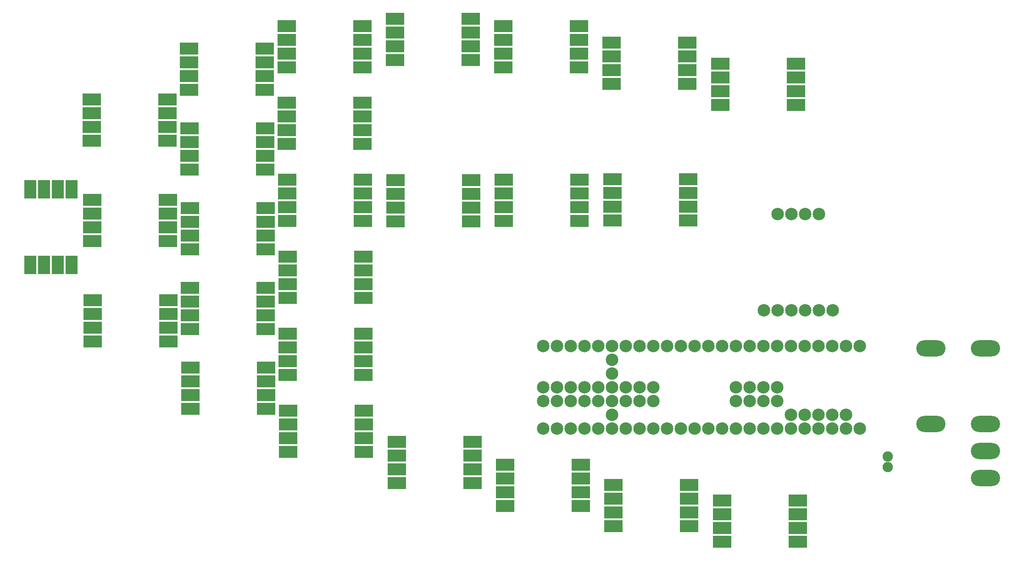
<source format=gbr>
G04 #@! TF.FileFunction,Soldermask,Top*
%FSLAX46Y46*%
G04 Gerber Fmt 4.6, Leading zero omitted, Abs format (unit mm)*
G04 Created by KiCad (PCBNEW 4.0.7-e2-6376~58~ubuntu16.04.1) date Mon Jul  1 13:34:01 2019*
%MOMM*%
%LPD*%
G01*
G04 APERTURE LIST*
%ADD10C,0.100000*%
%ADD11C,2.305000*%
%ADD12C,1.900000*%
%ADD13O,5.400000X3.000000*%
%ADD14R,3.448000X2.178000*%
%ADD15R,2.178000X3.448000*%
G04 APERTURE END LIST*
D10*
D11*
X183150000Y-97030000D03*
X185690000Y-97030000D03*
X188230000Y-97030000D03*
X190770000Y-97030000D03*
X193310000Y-97030000D03*
X195850000Y-97030000D03*
X193310000Y-79250000D03*
X190770000Y-79250000D03*
X188230000Y-79250000D03*
X185690000Y-79250000D03*
D12*
X206000000Y-124000000D03*
X206000000Y-126000000D03*
D11*
X200810000Y-103630000D03*
X198270000Y-103630000D03*
X195730000Y-103630000D03*
X193190000Y-103630000D03*
X190650000Y-103630000D03*
X188110000Y-103630000D03*
X185570000Y-103630000D03*
X183030000Y-103630000D03*
X180490000Y-103630000D03*
X177950000Y-103630000D03*
X175410000Y-103630000D03*
X172870000Y-103630000D03*
X170330000Y-103630000D03*
X167790000Y-103630000D03*
X165250000Y-103630000D03*
X162710000Y-103630000D03*
X160170000Y-103630000D03*
X157630000Y-103630000D03*
X155090000Y-103630000D03*
X152550000Y-103630000D03*
X150010000Y-103630000D03*
X147470000Y-103630000D03*
X144930000Y-103630000D03*
X142390000Y-103630000D03*
X142390000Y-118870000D03*
X144930000Y-118870000D03*
X147470000Y-118870000D03*
X150010000Y-118870000D03*
X152550000Y-118870000D03*
X155090000Y-118870000D03*
X157630000Y-118870000D03*
X160170000Y-118870000D03*
X162710000Y-118870000D03*
X165250000Y-118870000D03*
X167790000Y-118870000D03*
X170330000Y-118870000D03*
X172870000Y-118870000D03*
X175410000Y-118870000D03*
X177950000Y-118870000D03*
X180490000Y-118870000D03*
X183030000Y-118870000D03*
X185570000Y-118870000D03*
X188110000Y-118870000D03*
X190650000Y-118870000D03*
X193190000Y-118870000D03*
X195730000Y-118870000D03*
X198270000Y-118870000D03*
X200810000Y-118870000D03*
X198270000Y-116330000D03*
X195730000Y-116330000D03*
X193190000Y-116330000D03*
X190650000Y-116330000D03*
X188110000Y-116330000D03*
X155090000Y-106170000D03*
X155090000Y-108710000D03*
X155090000Y-111250000D03*
X155090000Y-113790000D03*
X155090000Y-116330000D03*
X185570000Y-113790000D03*
X185570000Y-111250000D03*
X183030000Y-113790000D03*
X183030000Y-111250000D03*
X180490000Y-113790000D03*
X180490000Y-111250000D03*
X177950000Y-113790000D03*
X177950000Y-111250000D03*
X157630000Y-113790000D03*
X157630000Y-111250000D03*
X160170000Y-113790000D03*
X160170000Y-111250000D03*
X162710000Y-113790000D03*
X162710000Y-111250000D03*
X152550000Y-111250000D03*
X152550000Y-113790000D03*
X150010000Y-111250000D03*
X150010000Y-113790000D03*
X147470000Y-111250000D03*
X147470000Y-113790000D03*
X144930000Y-111250000D03*
X144930000Y-113790000D03*
X142390000Y-111250000D03*
X142390000Y-113790000D03*
D13*
X214000000Y-104000000D03*
X214000000Y-118000000D03*
X224000000Y-104000000D03*
X224000000Y-118000000D03*
X224000000Y-128000000D03*
X224000000Y-123000000D03*
D14*
X189389000Y-139761000D03*
X189389000Y-137221000D03*
X189389000Y-134681000D03*
X189389000Y-132141000D03*
X175419000Y-132141000D03*
X175419000Y-134681000D03*
X175419000Y-137221000D03*
X175419000Y-139761000D03*
X175080000Y-51450600D03*
X175080000Y-53990600D03*
X175080000Y-56530600D03*
X175080000Y-59070600D03*
X189050000Y-59070600D03*
X189050000Y-56530600D03*
X189050000Y-53990600D03*
X189050000Y-51450600D03*
X169377000Y-136855000D03*
X169377000Y-134315000D03*
X169377000Y-131775000D03*
X169377000Y-129235000D03*
X155407000Y-129235000D03*
X155407000Y-131775000D03*
X155407000Y-134315000D03*
X155407000Y-136855000D03*
X155169000Y-72776400D03*
X155169000Y-75316400D03*
X155169000Y-77856400D03*
X155169000Y-80396400D03*
X169139000Y-80396400D03*
X169139000Y-77856400D03*
X169139000Y-75316400D03*
X169139000Y-72776400D03*
X155063000Y-47544000D03*
X155063000Y-50084000D03*
X155063000Y-52624000D03*
X155063000Y-55164000D03*
X169033000Y-55164000D03*
X169033000Y-52624000D03*
X169033000Y-50084000D03*
X169033000Y-47544000D03*
X149361000Y-133135000D03*
X149361000Y-130595000D03*
X149361000Y-128055000D03*
X149361000Y-125515000D03*
X135391000Y-125515000D03*
X135391000Y-128055000D03*
X135391000Y-130595000D03*
X135391000Y-133135000D03*
X135170000Y-72860600D03*
X135170000Y-75400600D03*
X135170000Y-77940600D03*
X135170000Y-80480600D03*
X149140000Y-80480600D03*
X149140000Y-77940600D03*
X149140000Y-75400600D03*
X149140000Y-72860600D03*
X135050000Y-44489600D03*
X135050000Y-47029600D03*
X135050000Y-49569600D03*
X135050000Y-52109600D03*
X149020000Y-52109600D03*
X149020000Y-49569600D03*
X149020000Y-47029600D03*
X149020000Y-44489600D03*
X129343000Y-128956000D03*
X129343000Y-126416000D03*
X129343000Y-123876000D03*
X129343000Y-121336000D03*
X115373000Y-121336000D03*
X115373000Y-123876000D03*
X115373000Y-126416000D03*
X115373000Y-128956000D03*
X115170000Y-72944700D03*
X115170000Y-75484700D03*
X115170000Y-78024700D03*
X115170000Y-80564700D03*
X129140000Y-80564700D03*
X129140000Y-78024700D03*
X129140000Y-75484700D03*
X129140000Y-72944700D03*
X115045000Y-43189500D03*
X115045000Y-45729500D03*
X115045000Y-48269500D03*
X115045000Y-50809500D03*
X129015000Y-50809500D03*
X129015000Y-48269500D03*
X129015000Y-45729500D03*
X129015000Y-43189500D03*
X109319000Y-123161000D03*
X109319000Y-120621000D03*
X109319000Y-118081000D03*
X109319000Y-115541000D03*
X95349000Y-115541000D03*
X95349000Y-118081000D03*
X95349000Y-120621000D03*
X95349000Y-123161000D03*
X95289000Y-101329000D03*
X95289000Y-103869000D03*
X95289000Y-106409000D03*
X95289000Y-108949000D03*
X109259000Y-108949000D03*
X109259000Y-106409000D03*
X109259000Y-103869000D03*
X109259000Y-101329000D03*
X95229000Y-87117000D03*
X95229000Y-89657000D03*
X95229000Y-92197000D03*
X95229000Y-94737000D03*
X109199000Y-94737000D03*
X109199000Y-92197000D03*
X109199000Y-89657000D03*
X109199000Y-87117000D03*
X95169000Y-72905900D03*
X95169000Y-75445900D03*
X95169000Y-77985900D03*
X95169000Y-80525900D03*
X109139000Y-80525900D03*
X109139000Y-77985900D03*
X109139000Y-75445900D03*
X109139000Y-72905900D03*
X95110000Y-58694000D03*
X95110000Y-61234000D03*
X95110000Y-63774000D03*
X95110000Y-66314000D03*
X109080000Y-66314000D03*
X109080000Y-63774000D03*
X109080000Y-61234000D03*
X109080000Y-58694000D03*
X95050000Y-44482100D03*
X95050000Y-47022100D03*
X95050000Y-49562100D03*
X95050000Y-52102100D03*
X109020000Y-52102100D03*
X109020000Y-49562100D03*
X109020000Y-47022100D03*
X109020000Y-44482100D03*
X91285200Y-115204000D03*
X91285200Y-112664000D03*
X91285200Y-110124000D03*
X91285200Y-107584000D03*
X77315200Y-107584000D03*
X77315200Y-110124000D03*
X77315200Y-112664000D03*
X77315200Y-115204000D03*
X77253200Y-92851700D03*
X77253200Y-95391700D03*
X77253200Y-97931700D03*
X77253200Y-100471700D03*
X91223200Y-100471700D03*
X91223200Y-97931700D03*
X91223200Y-95391700D03*
X91223200Y-92851700D03*
X77191200Y-78117300D03*
X77191200Y-80657300D03*
X77191200Y-83197300D03*
X77191200Y-85737300D03*
X91161200Y-85737300D03*
X91161200Y-83197300D03*
X91161200Y-80657300D03*
X91161200Y-78117300D03*
X77129200Y-63384900D03*
X77129200Y-65924900D03*
X77129200Y-68464900D03*
X77129200Y-71004900D03*
X91099200Y-71004900D03*
X91099200Y-68464900D03*
X91099200Y-65924900D03*
X91099200Y-63384900D03*
X77067200Y-48652600D03*
X77067200Y-51192600D03*
X77067200Y-53732600D03*
X77067200Y-56272600D03*
X91037200Y-56272600D03*
X91037200Y-53732600D03*
X91037200Y-51192600D03*
X91037200Y-48652600D03*
X73232500Y-102735500D03*
X73232500Y-100195500D03*
X73232500Y-97655500D03*
X73232500Y-95115500D03*
X59262500Y-95115500D03*
X59262500Y-97655500D03*
X59262500Y-100195500D03*
X59262500Y-102735500D03*
X59184700Y-76605700D03*
X59184700Y-79145700D03*
X59184700Y-81685700D03*
X59184700Y-84225700D03*
X73154700Y-84225700D03*
X73154700Y-81685700D03*
X73154700Y-79145700D03*
X73154700Y-76605700D03*
X59106800Y-58095000D03*
X59106800Y-60635000D03*
X59106800Y-63175000D03*
X59106800Y-65715000D03*
X73076800Y-65715000D03*
X73076800Y-63175000D03*
X73076800Y-60635000D03*
X73076800Y-58095000D03*
D15*
X47764800Y-88647400D03*
X50304800Y-88647400D03*
X52844800Y-88647400D03*
X55384800Y-88647400D03*
X55384800Y-74677400D03*
X52844800Y-74677400D03*
X50304800Y-74677400D03*
X47764800Y-74677400D03*
M02*

</source>
